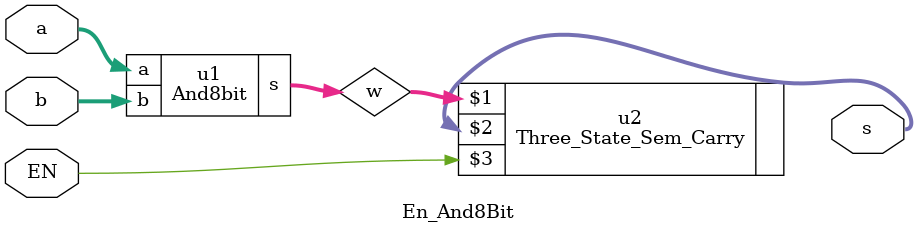
<source format=v>
`include "Three_States.v"

module AndBit(a, b, s);
    input a, b;
    output s;

    assign s = a & b;
endmodule

module And8bit(a, b, s);
    input [7:0]a;
    input [7:0]b;
    output [7:0]s;

    AndBit u1(a[0], b[0], s[0]);
    AndBit u2(a[1], b[1], s[1]);
    AndBit u3(a[2], b[2], s[2]);
    AndBit u4(a[3], b[3], s[3]);
    AndBit u5(a[4], b[4], s[4]);
    AndBit u6(a[5], b[5], s[5]);
    AndBit u7(a[6], b[6], s[6]);
    AndBit u8(a[7], b[7], s[7]);
endmodule

module En_And8Bit(a, b, EN, s);
    input [7:0]a;
    input [7:0]b;
    input EN;
    output [7:0]s;
    wire [7:0]w;

    And8bit u1(a, b, w);

    Three_State_Sem_Carry u2(w, s, EN);
endmodule
</source>
